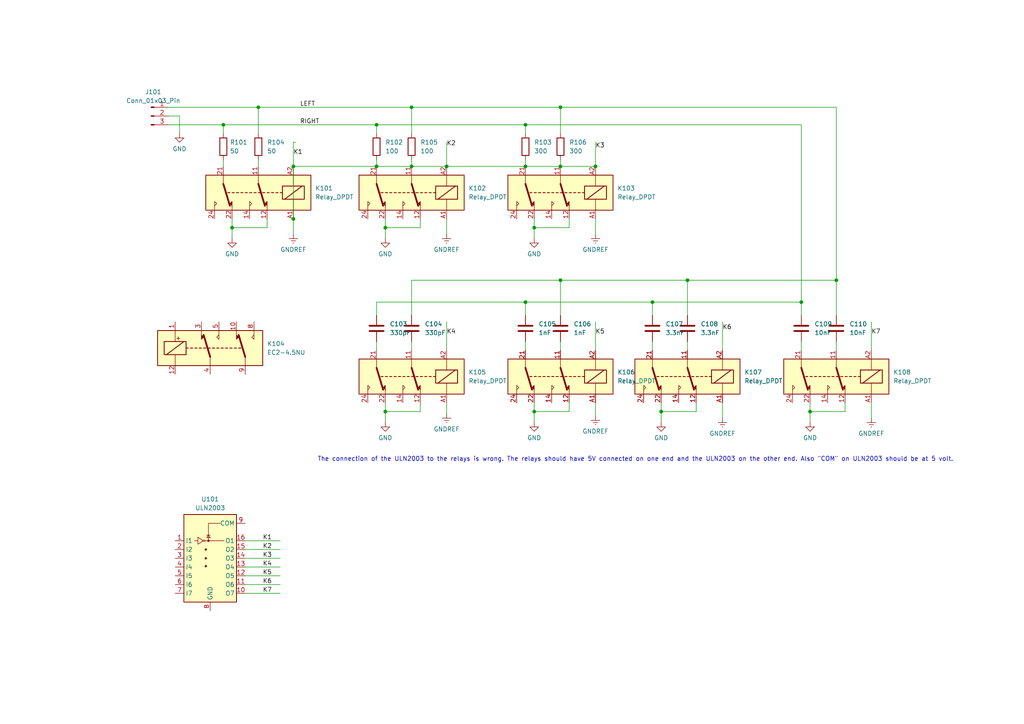
<source format=kicad_sch>
(kicad_sch (version 20230121) (generator eeschema)
  (paper "A4")
  (lib_symbols
    (symbol "Connector:Conn_01x03_Pin" (pin_names (offset 1.016) hide)
      (property "Reference" "J" (at 0 5.08 0))
      (property "Value" "Conn_01x03_Pin" (at 0 -5.08 0))
      (symbol "Conn_01x03_Pin_1_1"
        (polyline (pts (xy 1.27 -2.54) (xy 0.8636 -2.54)) (stroke (width 0.1524)))
        (polyline (pts (xy 1.27 0) (xy 0.8636 0)) (stroke (width 0.1524)))
        (polyline (pts (xy 1.27 2.54) (xy 0.8636 2.54)) (stroke (width 0.1524)))
        (rectangle (start 0.8636 -2.413) (end 0 -2.667) (stroke (width 0.1524)) (fill (type outline)))
        (rectangle (start 0.8636 0.127) (end 0 -0.127) (stroke (width 0.1524)) (fill (type outline)))
        (rectangle (start 0.8636 2.667) (end 0 2.413) (stroke (width 0.1524)) (fill (type outline)))
        (pin passive line (at 5.08 2.54 180) (length 3.81) (name "Pin_1") (number "1"))
        (pin passive line (at 5.08 0 180) (length 3.81) (name "Pin_2") (number "2"))
        (pin passive line (at 5.08 -2.54 180) (length 3.81) (name "Pin_3") (number "3"))
      )
    )
    (symbol "Device:C" (pin_numbers hide) (pin_names (offset 0.254))
      (property "Reference" "C" (at 0.635 2.54 0))
      (property "Value" "C" (at 0.635 -2.54 0))
      (symbol "C_0_1"
        (polyline (pts (xy -2.032 -0.762) (xy 2.032 -0.762)) (stroke (width 0.508)))
        (polyline (pts (xy -2.032 0.762) (xy 2.032 0.762)) (stroke (width 0.508)))
      )
      (symbol "C_1_1"
        (pin passive line (at 0 3.81 270) (length 2.794) (name "~") (number "1"))
        (pin passive line (at 0 -3.81 90) (length 2.794) (name "~") (number "2"))
      )
    )
    (symbol "Device:R" (pin_numbers hide) (pin_names (offset 0))
      (property "Reference" "R" (at 2.032 0 90))
      (property "Value" "R" (at 0 0 90))
      (symbol "R_0_1"
        (rectangle (start -1.016 -2.54) (end 1.016 2.54) (stroke (width 0.254)))
      )
      (symbol "R_1_1"
        (pin passive line (at 0 3.81 270) (length 1.27) (name "~") (number "1"))
        (pin passive line (at 0 -3.81 90) (length 1.27) (name "~") (number "2"))
      )
    )
    (symbol "Relay:EC2-4.5NU"
      (property "Reference" "K" (at 15.24 8.89 0))
      (property "Value" "EC2-4.5NU" (at 19.05 6.35 0))
      (symbol "EC2-4.5NU_1_1"
        (rectangle (start -15.24 5.08) (end 15.24 -5.08) (stroke (width 0.254)) (fill (type background)))
        (rectangle (start -13.335 1.905) (end -6.985 -1.905) (stroke (width 0.254)))
        (polyline (pts (xy -12.7 -1.905) (xy -7.62 1.905)) (stroke (width 0.254)))
        (polyline (pts (xy -10.16 -5.08) (xy -10.16 -1.905)))
        (polyline (pts (xy -10.16 5.08) (xy -10.16 1.905)))
        (polyline (pts (xy -6.985 0) (xy -6.35 0)) (stroke (width 0.254)))
        (polyline (pts (xy -5.715 0) (xy -5.08 0)) (stroke (width 0.254)))
        (polyline (pts (xy -4.445 0) (xy -3.81 0)) (stroke (width 0.254)))
        (polyline (pts (xy -3.175 0) (xy -2.54 0)) (stroke (width 0.254)))
        (polyline (pts (xy -1.905 0) (xy -1.27 0)) (stroke (width 0.254)))
        (polyline (pts (xy -0.635 0) (xy 0 0)) (stroke (width 0.254)))
        (polyline (pts (xy 0 -2.54) (xy -1.905 3.81)) (stroke (width 0.508)))
        (polyline (pts (xy 0 -2.54) (xy 0 -5.08)))
        (polyline (pts (xy 0.635 0) (xy 1.27 0)) (stroke (width 0.254)))
        (polyline (pts (xy 1.905 0) (xy 2.54 0)) (stroke (width 0.254)))
        (polyline (pts (xy 3.175 0) (xy 3.81 0)) (stroke (width 0.254)))
        (polyline (pts (xy 4.445 0) (xy 5.08 0)) (stroke (width 0.254)))
        (polyline (pts (xy 5.715 0) (xy 6.35 0)) (stroke (width 0.254)))
        (polyline (pts (xy 6.985 0) (xy 7.62 0)) (stroke (width 0.254)))
        (polyline (pts (xy 8.255 0) (xy 8.89 0)) (stroke (width 0.254)))
        (polyline (pts (xy 10.16 -2.54) (xy 8.255 3.81)) (stroke (width 0.508)))
        (polyline (pts (xy 10.16 -2.54) (xy 10.16 -5.08)))
        (polyline (pts (xy -2.54 5.08) (xy -2.54 2.54) (xy -1.905 3.175) (xy -2.54 3.81)) (fill (type outline)))
        (polyline (pts (xy 2.54 5.08) (xy 2.54 2.54) (xy 1.905 3.175) (xy 2.54 3.81)))
        (polyline (pts (xy 7.62 5.08) (xy 7.62 2.54) (xy 8.255 3.175) (xy 7.62 3.81)) (fill (type outline)))
        (polyline (pts (xy 12.7 5.08) (xy 12.7 2.54) (xy 12.065 3.175) (xy 12.7 3.81)))
        (text "+" (at -9.271 2.921 0) (effects (font (size 1.27 1.27))))
        (pin passive line (at -10.16 7.62 270) (length 2.54) (name "~") (number "1"))
        (pin passive line (at 7.62 7.62 270) (length 2.54) (name "~") (number "10"))
        (pin passive line (at -10.16 -7.62 90) (length 2.54) (name "~") (number "12"))
        (pin passive line (at -2.54 7.62 270) (length 2.54) (name "~") (number "3"))
        (pin passive line (at 0 -7.62 90) (length 2.54) (name "~") (number "4"))
        (pin passive line (at 2.54 7.62 270) (length 2.54) (name "~") (number "5"))
        (pin passive line (at 12.7 7.62 270) (length 2.54) (name "~") (number "8"))
        (pin passive line (at 10.16 -7.62 90) (length 2.54) (name "~") (number "9"))
      )
    )
    (symbol "Relay:Relay_DPDT"
      (property "Reference" "K" (at 16.51 3.81 0))
      (property "Value" "Relay_DPDT" (at 16.51 1.27 0))
      (symbol "Relay_DPDT_0_1"
        (rectangle (start -15.24 5.08) (end 15.24 -5.08) (stroke (width 0.254)) (fill (type background)))
        (rectangle (start -13.335 1.905) (end -6.985 -1.905) (stroke (width 0.254)))
        (polyline (pts (xy -12.7 -1.905) (xy -7.62 1.905)) (stroke (width 0.254)))
        (polyline (pts (xy -10.16 -5.08) (xy -10.16 -1.905)))
        (polyline (pts (xy -10.16 5.08) (xy -10.16 1.905)))
        (polyline (pts (xy -6.985 0) (xy -6.35 0)) (stroke (width 0.254)))
        (polyline (pts (xy -5.715 0) (xy -5.08 0)) (stroke (width 0.254)))
        (polyline (pts (xy -4.445 0) (xy -3.81 0)) (stroke (width 0.254)))
        (polyline (pts (xy -3.175 0) (xy -2.54 0)) (stroke (width 0.254)))
        (polyline (pts (xy -1.905 0) (xy -1.27 0)) (stroke (width 0.254)))
        (polyline (pts (xy -0.635 0) (xy 0 0)) (stroke (width 0.254)))
        (polyline (pts (xy 0 -2.54) (xy -1.905 3.81)) (stroke (width 0.508)))
        (polyline (pts (xy 0 -2.54) (xy 0 -5.08)))
        (polyline (pts (xy 0.635 0) (xy 1.27 0)) (stroke (width 0.254)))
        (polyline (pts (xy 1.905 0) (xy 2.54 0)) (stroke (width 0.254)))
        (polyline (pts (xy 3.175 0) (xy 3.81 0)) (stroke (width 0.254)))
        (polyline (pts (xy 4.445 0) (xy 5.08 0)) (stroke (width 0.254)))
        (polyline (pts (xy 5.715 0) (xy 6.35 0)) (stroke (width 0.254)))
        (polyline (pts (xy 6.985 0) (xy 7.62 0)) (stroke (width 0.254)))
        (polyline (pts (xy 8.255 0) (xy 8.89 0)) (stroke (width 0.254)))
        (polyline (pts (xy 10.16 -2.54) (xy 8.255 3.81)) (stroke (width 0.508)))
        (polyline (pts (xy 10.16 -2.54) (xy 10.16 -5.08)))
        (polyline (pts (xy -2.54 5.08) (xy -2.54 2.54) (xy -1.905 3.175) (xy -2.54 3.81)) (fill (type outline)))
        (polyline (pts (xy 2.54 5.08) (xy 2.54 2.54) (xy 1.905 3.175) (xy 2.54 3.81)))
        (polyline (pts (xy 7.62 5.08) (xy 7.62 2.54) (xy 8.255 3.175) (xy 7.62 3.81)) (fill (type outline)))
        (polyline (pts (xy 12.7 5.08) (xy 12.7 2.54) (xy 12.065 3.175) (xy 12.7 3.81)))
      )
      (symbol "Relay_DPDT_1_1"
        (pin passive line (at 0 -7.62 90) (length 2.54) (name "~") (number "11"))
        (pin passive line (at -2.54 7.62 270) (length 2.54) (name "~") (number "12"))
        (pin passive line (at 2.54 7.62 270) (length 2.54) (name "~") (number "14"))
        (pin passive line (at 10.16 -7.62 90) (length 2.54) (name "~") (number "21"))
        (pin passive line (at 7.62 7.62 270) (length 2.54) (name "~") (number "22"))
        (pin passive line (at 12.7 7.62 270) (length 2.54) (name "~") (number "24"))
        (pin passive line (at -10.16 7.62 270) (length 2.54) (name "~") (number "A1"))
        (pin passive line (at -10.16 -7.62 90) (length 2.54) (name "~") (number "A2"))
      )
    )
    (symbol "Transistor_Array:ULN2003"
      (property "Reference" "U" (at 0 15.875 0))
      (property "Value" "ULN2003" (at 0 13.97 0))
      (symbol "ULN2003_0_1"
        (rectangle (start -7.62 -12.7) (end 7.62 12.7) (stroke (width 0.254)) (fill (type background)))
        (circle (center -1.778 5.08) (radius 0.254))
        (circle (center -1.27 -2.286) (radius 0.254) (fill (type outline)))
        (circle (center -1.27 0) (radius 0.254) (fill (type outline)))
        (circle (center -1.27 2.54) (radius 0.254) (fill (type outline)))
        (circle (center -0.508 5.08) (radius 0.254) (fill (type outline)))
        (polyline (pts (xy -4.572 5.08) (xy -3.556 5.08)))
        (polyline (pts (xy -1.524 5.08) (xy 4.064 5.08)))
        (polyline (pts (xy 0 6.731) (xy -1.016 6.731)))
        (polyline (pts (xy -0.508 5.08) (xy -0.508 10.16) (xy 2.921 10.16)))
        (polyline (pts (xy -3.556 6.096) (xy -3.556 4.064) (xy -2.032 5.08) (xy -3.556 6.096)))
        (polyline (pts (xy 0 5.969) (xy -1.016 5.969) (xy -0.508 6.731) (xy 0 5.969)))
      )
      (symbol "ULN2003_1_1"
        (pin input line (at -10.16 5.08 0) (length 2.54) (name "I1") (number "1"))
        (pin open_collector line (at 10.16 -10.16 180) (length 2.54) (name "O7") (number "10"))
        (pin open_collector line (at 10.16 -7.62 180) (length 2.54) (name "O6") (number "11"))
        (pin open_collector line (at 10.16 -5.08 180) (length 2.54) (name "O5") (number "12"))
        (pin open_collector line (at 10.16 -2.54 180) (length 2.54) (name "O4") (number "13"))
        (pin open_collector line (at 10.16 0 180) (length 2.54) (name "O3") (number "14"))
        (pin open_collector line (at 10.16 2.54 180) (length 2.54) (name "O2") (number "15"))
        (pin open_collector line (at 10.16 5.08 180) (length 2.54) (name "O1") (number "16"))
        (pin input line (at -10.16 2.54 0) (length 2.54) (name "I2") (number "2"))
        (pin input line (at -10.16 0 0) (length 2.54) (name "I3") (number "3"))
        (pin input line (at -10.16 -2.54 0) (length 2.54) (name "I4") (number "4"))
        (pin input line (at -10.16 -5.08 0) (length 2.54) (name "I5") (number "5"))
        (pin input line (at -10.16 -7.62 0) (length 2.54) (name "I6") (number "6"))
        (pin input line (at -10.16 -10.16 0) (length 2.54) (name "I7") (number "7"))
        (pin power_in line (at 0 -15.24 90) (length 2.54) (name "GND") (number "8"))
        (pin passive line (at 10.16 10.16 180) (length 2.54) (name "COM") (number "9"))
      )
    )
    (symbol "power:GND" (power) (pin_names (offset 0))
      (property "Value" "GND" (at 0 -3.81 0))
      (symbol "GND_0_1"
        (polyline (pts (xy 0 0) (xy 0 -1.27) (xy 1.27 -1.27) (xy 0 -2.54) (xy -1.27 -1.27) (xy 0 -1.27)))
      )
      (symbol "GND_1_1"
        (pin power_in line (at 0 0 270) (length 0) hide (name "GND") (number "1"))
      )
    )
    (symbol "power:GNDREF" (power) (pin_names (offset 0))
      (property "Value" "GNDREF" (at 0 -3.81 0))
      (symbol "GNDREF_0_1"
        (polyline (pts (xy -0.635 -1.905) (xy 0.635 -1.905)))
        (polyline (pts (xy -0.127 -2.54) (xy 0.127 -2.54)))
        (polyline (pts (xy 0 -1.27) (xy 0 0)))
        (polyline (pts (xy 1.27 -1.27) (xy -1.27 -1.27)))
      )
      (symbol "GNDREF_1_1"
        (pin power_in line (at 0 0 270) (length 0) hide (name "GNDREF") (number "1"))
      )
    )
  )
  (junction (at 152.4 48.26))
  (junction (at 109.22 36.195))
  (junction (at 162.56 31.115))
  (junction (at 232.41 87.63))
  (junction (at 242.57 81.28))
  (junction (at 152.4 87.63))
  (junction (at 119.38 31.115))
  (junction (at 154.94 119.38))
  (junction (at 64.77 36.195))
  (junction (at 191.77 119.38))
  (junction (at 234.95 119.38))
  (junction (at 74.93 31.115))
  (junction (at 85.09 48.26))
  (junction (at 154.94 66.04))
  (junction (at 152.4 36.195))
  (junction (at 119.38 48.26))
  (junction (at 129.54 48.26))
  (junction (at 111.76 119.38))
  (junction (at 109.22 48.26))
  (junction (at 189.23 87.63))
  (junction (at 172.72 48.26))
  (junction (at 162.56 48.26))
  (junction (at 199.39 81.28))
  (junction (at 85.09 63.5))
  (junction (at 67.31 66.04))
  (junction (at 111.76 66.04))
  (junction (at 162.56 81.28))
  (wire (pts (xy 111.76 66.04) (xy 111.76 69.215)))
  (wire (pts (xy 109.22 87.63) (xy 152.4 87.63)))
  (wire (pts (xy 109.22 46.355) (xy 109.22 48.26)))
  (wire (pts (xy 172.72 116.84) (xy 172.72 120.65)))
  (wire (pts (xy 74.93 46.355) (xy 74.93 48.26)))
  (wire (pts (xy 199.39 81.28) (xy 199.39 91.44)))
  (wire (pts (xy 119.38 81.28) (xy 119.38 91.44)))
  (wire (pts (xy 129.54 63.5) (xy 129.54 67.945)))
  (wire (pts (xy 109.22 38.735) (xy 109.22 36.195)))
  (wire (pts (xy 232.41 87.63) (xy 232.41 91.44)))
  (wire (pts (xy 74.93 38.735) (xy 74.93 31.115)))
  (wire (pts (xy 111.76 119.38) (xy 111.76 122.555)))
  (wire (pts (xy 189.23 87.63) (xy 189.23 91.44)))
  (wire (pts (xy 154.94 119.38) (xy 154.94 122.555)))
  (wire (pts (xy 152.4 36.195) (xy 109.22 36.195)))
  (wire (pts (xy 85.09 63.5) (xy 85.09 67.945)))
  (wire (pts (xy 85.09 48.26) (xy 85.09 63.5)))
  (wire (pts (xy 199.39 81.28) (xy 242.57 81.28)))
  (wire (pts (xy 64.77 36.195) (xy 64.77 38.735)))
  (wire (pts (xy 67.31 66.04) (xy 67.31 69.215)))
  (wire (pts (xy 71.12 167.005) (xy 81.28 167.005)))
  (wire (pts (xy 162.56 81.28) (xy 162.56 91.44)))
  (wire (pts (xy 162.56 46.355) (xy 162.56 48.26)))
  (wire (pts (xy 245.11 116.84) (xy 245.11 119.38)))
  (wire (pts (xy 152.4 46.355) (xy 152.4 48.26)))
  (wire (pts (xy 232.41 36.195) (xy 152.4 36.195)))
  (wire (pts (xy 119.38 46.355) (xy 119.38 48.26)))
  (wire (pts (xy 111.76 119.38) (xy 121.92 119.38)))
  (wire (pts (xy 74.93 31.115) (xy 119.38 31.115)))
  (wire (pts (xy 71.12 172.085) (xy 81.28 172.085)))
  (wire (pts (xy 129.54 41.275) (xy 129.54 48.26)))
  (wire (pts (xy 154.94 116.84) (xy 154.94 119.38)))
  (wire (pts (xy 234.95 119.38) (xy 234.95 122.555)))
  (wire (pts (xy 162.56 31.115) (xy 242.57 31.115)))
  (wire (pts (xy 129.54 93.345) (xy 129.54 101.6)))
  (wire (pts (xy 152.4 87.63) (xy 189.23 87.63)))
  (wire (pts (xy 172.72 93.345) (xy 172.72 101.6)))
  (wire (pts (xy 71.12 161.925) (xy 81.28 161.925)))
  (wire (pts (xy 232.41 87.63) (xy 232.41 36.195)))
  (wire (pts (xy 199.39 99.06) (xy 199.39 101.6)))
  (wire (pts (xy 109.22 36.195) (xy 64.77 36.195)))
  (wire (pts (xy 109.22 87.63) (xy 109.22 91.44)))
  (wire (pts (xy 209.55 93.345) (xy 209.55 101.6)))
  (wire (pts (xy 209.55 116.84) (xy 209.55 121.285)))
  (wire (pts (xy 252.73 93.345) (xy 252.73 101.6)))
  (wire (pts (xy 152.4 48.26) (xy 129.54 48.26)))
  (wire (pts (xy 245.11 119.38) (xy 234.95 119.38)))
  (wire (pts (xy 71.12 169.545) (xy 81.28 169.545)))
  (wire (pts (xy 111.76 116.84) (xy 111.76 119.38)))
  (wire (pts (xy 154.94 66.04) (xy 165.1 66.04)))
  (wire (pts (xy 191.77 119.38) (xy 191.77 122.555)))
  (wire (pts (xy 119.38 38.735) (xy 119.38 31.115)))
  (wire (pts (xy 67.31 63.5) (xy 67.31 66.04)))
  (wire (pts (xy 119.38 81.28) (xy 162.56 81.28)))
  (wire (pts (xy 119.38 48.26) (xy 109.22 48.26)))
  (wire (pts (xy 119.38 99.06) (xy 119.38 101.6)))
  (wire (pts (xy 232.41 99.06) (xy 232.41 101.6)))
  (wire (pts (xy 191.77 116.84) (xy 191.77 119.38)))
  (wire (pts (xy 154.94 63.5) (xy 154.94 66.04)))
  (wire (pts (xy 242.57 31.115) (xy 242.57 81.28)))
  (wire (pts (xy 71.12 164.465) (xy 81.28 164.465)))
  (wire (pts (xy 162.56 99.06) (xy 162.56 101.6)))
  (wire (pts (xy 129.54 116.84) (xy 129.54 120.015)))
  (wire (pts (xy 165.1 63.5) (xy 165.1 66.04)))
  (wire (pts (xy 152.4 38.735) (xy 152.4 36.195)))
  (wire (pts (xy 77.47 63.5) (xy 77.47 66.04)))
  (wire (pts (xy 172.72 41.275) (xy 172.72 48.26)))
  (wire (pts (xy 162.56 38.735) (xy 162.56 31.115)))
  (wire (pts (xy 162.56 48.26) (xy 152.4 48.26)))
  (wire (pts (xy 74.93 31.115) (xy 48.895 31.115)))
  (wire (pts (xy 234.95 116.84) (xy 234.95 119.38)))
  (wire (pts (xy 48.895 36.195) (xy 64.77 36.195)))
  (wire (pts (xy 77.47 66.04) (xy 67.31 66.04)))
  (wire (pts (xy 111.76 66.04) (xy 121.92 66.04)))
  (wire (pts (xy 71.12 159.385) (xy 81.28 159.385)))
  (wire (pts (xy 252.73 116.84) (xy 252.73 121.285)))
  (wire (pts (xy 242.57 99.06) (xy 242.57 101.6)))
  (wire (pts (xy 162.56 81.28) (xy 199.39 81.28)))
  (wire (pts (xy 189.23 99.06) (xy 189.23 101.6)))
  (wire (pts (xy 189.23 87.63) (xy 232.41 87.63)))
  (wire (pts (xy 64.77 46.355) (xy 64.77 48.26)))
  (wire (pts (xy 165.1 116.84) (xy 165.1 119.38)))
  (wire (pts (xy 48.895 33.655) (xy 52.07 33.655)))
  (wire (pts (xy 152.4 87.63) (xy 152.4 91.44)))
  (wire (pts (xy 154.94 66.04) (xy 154.94 69.215)))
  (wire (pts (xy 242.57 81.28) (xy 242.57 91.44)))
  (wire (pts (xy 152.4 99.06) (xy 152.4 101.6)))
  (wire (pts (xy 85.09 48.26) (xy 85.09 41.275)))
  (wire (pts (xy 201.93 116.84) (xy 201.93 119.38)))
  (wire (pts (xy 71.12 156.845) (xy 81.28 156.845)))
  (wire (pts (xy 165.1 119.38) (xy 154.94 119.38)))
  (wire (pts (xy 52.07 33.655) (xy 52.07 38.735)))
  (wire (pts (xy 172.72 48.26) (xy 162.56 48.26)))
  (wire (pts (xy 121.92 116.84) (xy 121.92 119.38)))
  (wire (pts (xy 129.54 48.26) (xy 119.38 48.26)))
  (wire (pts (xy 109.22 99.06) (xy 109.22 101.6)))
  (wire (pts (xy 172.72 63.5) (xy 172.72 67.945)))
  (wire (pts (xy 121.92 63.5) (xy 121.92 66.04)))
  (wire (pts (xy 111.76 63.5) (xy 111.76 66.04)))
  (wire (pts (xy 109.22 48.26) (xy 85.09 48.26)))
  (wire (pts (xy 162.56 31.115) (xy 119.38 31.115)))
  (wire (pts (xy 191.77 119.38) (xy 201.93 119.38)))
  (wire (pts (xy 85.09 41.275) (xy 85.725 41.275)))
  (text "The connection of the ULN2003 to the relays is wrong. The relays should have 5V connected on one end and the ULN2003 on the other end. Also \"COM\" on ULN2003 should be at 5 volt." (at 92.075 133.985 0) (effects (font (size 1.27 1.27)) (justify left bottom)))
  (label "K5" (at 172.72 97.155 0))
  (label "K4" (at 129.54 97.155 0))
  (label "K3" (at 172.72 43.18 0))
  (label "K4" (at 76.2 164.465 0))
  (label "K6" (at 209.55 95.885 0))
  (label "K7" (at 76.2 172.085 0))
  (label "K2" (at 129.54 42.545 0))
  (label "K1" (at 76.2 156.845 0))
  (label "RIGHT" (at 86.995 36.195 0))
  (label "K5" (at 76.2 167.005 0))
  (label "K1" (at 85.09 45.085 0))
  (label "K6" (at 76.2 169.545 0))
  (label "K3" (at 76.2 161.925 0))
  (label "LEFT" (at 86.995 31.115 0))
  (label "K2" (at 76.2 159.385 0))
  (label "K7" (at 252.73 97.155 0))
  (symbol (lib_id "Relay:Relay_DPDT") (at 119.38 109.22 180) (unit 1)
    (property "Reference" "K105" (at 135.89 107.95 0) (effects (justify right)))
    (property "Value" "Relay_DPDT" (at 135.89 110.49 0) (effects (justify right)))
  )
  (symbol (lib_id "power:GND") (at 111.76 122.555 0) (unit 1)
    (property "Reference" "#PWR0104" (effects hide))
    (property "Value" "GND" (at 111.76 127 0))
  )
  (symbol (lib_id "power:GND") (at 52.07 38.735 0) (unit 1)
    (property "Reference" "#PWR0109" (effects hide))
    (property "Value" "GND" (at 52.07 43.18 0))
  )
  (symbol (lib_id "power:GNDREF") (at 129.54 67.945 0) (unit 1)
    (property "Reference" "#PWR0111" (effects hide))
    (property "Value" "GNDREF" (at 129.54 72.39 0))
  )
  (symbol (lib_id "Device:C") (at 162.56 95.25 0) (unit 1)
    (property "Reference" "C106" (at 166.37 93.98 0) (effects (justify left)))
    (property "Value" "1nF" (at 166.37 96.52 0) (effects (justify left)))
  )
  (symbol (lib_id "power:GND") (at 111.76 69.215 0) (unit 1)
    (property "Reference" "#PWR0102" (effects hide))
    (property "Value" "GND" (at 111.76 73.66 0))
  )
  (symbol (lib_id "Relay:Relay_DPDT") (at 199.39 109.22 180) (unit 1)
    (property "Reference" "K107" (at 215.9 107.95 0) (effects (justify right)))
    (property "Value" "Relay_DPDT" (at 215.9 110.49 0) (effects (justify right)))
  )
  (symbol (lib_id "Device:R") (at 152.4 42.545 0) (unit 1)
    (property "Reference" "R103" (at 154.94 41.275 0) (effects (justify left)))
    (property "Value" "300" (at 154.94 43.815 0) (effects (justify left)))
  )
  (symbol (lib_id "Device:C") (at 232.41 95.25 0) (unit 1)
    (property "Reference" "C109" (at 236.22 93.98 0) (effects (justify left)))
    (property "Value" "10nF" (at 236.22 96.52 0) (effects (justify left)))
  )
  (symbol (lib_id "Device:R") (at 74.93 42.545 0) (unit 1)
    (property "Reference" "R104" (at 77.47 41.275 0) (effects (justify left)))
    (property "Value" "50" (at 77.47 43.815 0) (effects (justify left)))
  )
  (symbol (lib_id "power:GND") (at 191.77 122.555 0) (unit 1)
    (property "Reference" "#PWR0105" (effects hide))
    (property "Value" "GND" (at 191.77 127 0))
  )
  (symbol (lib_id "power:GNDREF") (at 209.55 121.285 0) (unit 1)
    (property "Reference" "#PWR0116" (effects hide))
    (property "Value" "GNDREF" (at 209.55 125.73 0))
  )
  (symbol (lib_id "power:GNDREF") (at 252.73 121.285 0) (unit 1)
    (property "Reference" "#PWR0117" (effects hide))
    (property "Value" "GNDREF" (at 252.73 125.73 0))
  )
  (symbol (lib_id "Relay:Relay_DPDT") (at 242.57 109.22 180) (unit 1)
    (property "Reference" "K108" (at 259.08 107.95 0) (effects (justify right)))
    (property "Value" "Relay_DPDT" (at 259.08 110.49 0) (effects (justify right)))
  )
  (symbol (lib_id "Device:C") (at 109.22 95.25 0) (unit 1)
    (property "Reference" "C103" (at 113.03 93.98 0) (effects (justify left)))
    (property "Value" "330pF" (at 113.03 96.52 0) (effects (justify left)))
  )
  (symbol (lib_id "power:GND") (at 67.31 69.215 0) (unit 1)
    (property "Reference" "#PWR0101" (effects hide))
    (property "Value" "GND" (at 67.31 73.66 0))
  )
  (symbol (lib_id "Device:R") (at 109.22 42.545 0) (unit 1)
    (property "Reference" "R102" (at 111.76 41.275 0) (effects (justify left)))
    (property "Value" "100" (at 111.76 43.815 0) (effects (justify left)))
  )
  (symbol (lib_id "Device:C") (at 242.57 95.25 0) (unit 1)
    (property "Reference" "C110" (at 246.38 93.98 0) (effects (justify left)))
    (property "Value" "10nF" (at 246.38 96.52 0) (effects (justify left)))
  )
  (symbol (lib_id "Relay:Relay_DPDT") (at 162.56 109.22 180) (unit 1)
    (property "Reference" "K106" (at 179.07 107.95 0) (effects (justify right)))
    (property "Value" "Relay_DPDT" (at 179.07 110.49 0) (effects (justify right)))
  )
  (symbol (lib_id "Device:C") (at 189.23 95.25 0) (unit 1)
    (property "Reference" "C107" (at 193.04 93.98 0) (effects (justify left)))
    (property "Value" "3.3nF" (at 193.04 96.52 0) (effects (justify left)))
  )
  (symbol (lib_id "Relay:Relay_DPDT") (at 119.38 55.88 180) (unit 1)
    (property "Reference" "K102" (at 135.89 54.61 0) (effects (justify right)))
    (property "Value" "Relay_DPDT" (at 135.89 57.15 0) (effects (justify right)))
  )
  (symbol (lib_id "Device:R") (at 162.56 42.545 0) (unit 1)
    (property "Reference" "R106" (at 165.1 41.275 0) (effects (justify left)))
    (property "Value" "300" (at 165.1 43.815 0) (effects (justify left)))
  )
  (symbol (lib_id "power:GNDREF") (at 172.72 120.65 0) (unit 1)
    (property "Reference" "#PWR0115" (effects hide))
    (property "Value" "GNDREF" (at 172.72 125.095 0))
  )
  (symbol (lib_id "Connector:Conn_01x03_Pin") (at 43.815 33.655 0) (unit 1)
    (property "Reference" "J101" (at 44.45 26.67 0))
    (property "Value" "Conn_01x03_Pin" (at 44.45 29.21 0))
  )
  (symbol (lib_id "power:GNDREF") (at 172.72 67.945 0) (unit 1)
    (property "Reference" "#PWR0112" (effects hide))
    (property "Value" "GNDREF" (at 172.72 72.39 0))
  )
  (symbol (lib_id "Transistor_Array:ULN2003") (at 60.96 161.925 0) (unit 1)
    (property "Reference" "U101" (at 60.96 144.78 0))
    (property "Value" "ULN2003" (at 60.96 147.32 0))
    (property "Datasheet" "http://www.ti.com/lit/ds/symlink/uln2003a.pdf" (effects hide))
  )
  (symbol (lib_id "Relay:Relay_DPDT") (at 74.93 55.88 180) (unit 1)
    (property "Reference" "K101" (at 91.44 54.61 0) (effects (justify right)))
    (property "Value" "Relay_DPDT" (at 91.44 57.15 0) (effects (justify right)))
  )
  (symbol (lib_id "power:GNDREF") (at 129.54 120.015 0) (unit 1)
    (property "Reference" "#PWR0114" (effects hide))
    (property "Value" "GNDREF" (at 129.54 124.46 0))
  )
  (symbol (lib_id "power:GNDREF") (at 85.09 67.945 0) (unit 1)
    (property "Reference" "#PWR0110" (effects hide))
    (property "Value" "GNDREF" (at 85.09 72.39 0))
  )
  (symbol (lib_id "Relay:Relay_DPDT") (at 162.56 55.88 180) (unit 1)
    (property "Reference" "K103" (at 179.07 54.61 0) (effects (justify right)))
    (property "Value" "Relay_DPDT" (at 179.07 57.15 0) (effects (justify right)))
  )
  (symbol (lib_id "Device:R") (at 64.77 42.545 0) (unit 1)
    (property "Reference" "R101" (at 66.675 41.275 0) (effects (justify left)))
    (property "Value" "50" (at 66.675 43.815 0) (effects (justify left)))
  )
  (symbol (lib_id "Device:C") (at 152.4 95.25 0) (unit 1)
    (property "Reference" "C105" (at 156.21 93.98 0) (effects (justify left)))
    (property "Value" "1nF" (at 156.21 96.52 0) (effects (justify left)))
  )
  (symbol (lib_id "Device:C") (at 119.38 95.25 0) (unit 1)
    (property "Reference" "C104" (at 123.19 93.98 0) (effects (justify left)))
    (property "Value" "330pF" (at 123.19 96.52 0) (effects (justify left)))
  )
  (symbol (lib_id "power:GND") (at 234.95 122.555 0) (unit 1)
    (property "Reference" "#PWR0107" (effects hide))
    (property "Value" "GND" (at 234.95 127 0))
  )
  (symbol (lib_id "Relay:EC2-4.5NU") (at 60.96 100.965 0) (unit 1)
    (property "Reference" "K104" (at 77.47 99.695 0) (effects (justify left)))
    (property "Value" "EC2-4.5NU" (at 77.47 102.235 0) (effects (justify left)))
    (property "Footprint" "Relay_THT:Relay_DPDT_Kemet_EC2" (effects hide))
    (property "Datasheet" "https://content.kemet.com/datasheets/KEM_R7002_EC2_EE2.pdf" (effects hide))
  )
  (symbol (lib_id "power:GND") (at 154.94 122.555 0) (unit 1)
    (property "Reference" "#PWR0108" (effects hide))
    (property "Value" "GND" (at 154.94 127 0))
  )
  (symbol (lib_id "power:GND") (at 154.94 69.215 0) (unit 1)
    (property "Reference" "#PWR0106" (effects hide))
    (property "Value" "GND" (at 154.94 73.66 0))
  )
  (symbol (lib_id "Device:C") (at 199.39 95.25 0) (unit 1)
    (property "Reference" "C108" (at 203.2 93.98 0) (effects (justify left)))
    (property "Value" "3.3nF" (at 203.2 96.52 0) (effects (justify left)))
  )
  (symbol (lib_id "Device:R") (at 119.38 42.545 0) (unit 1)
    (property "Reference" "R105" (at 121.92 41.275 0) (effects (justify left)))
    (property "Value" "100" (at 121.92 43.815 0) (effects (justify left)))
  )
)
</source>
